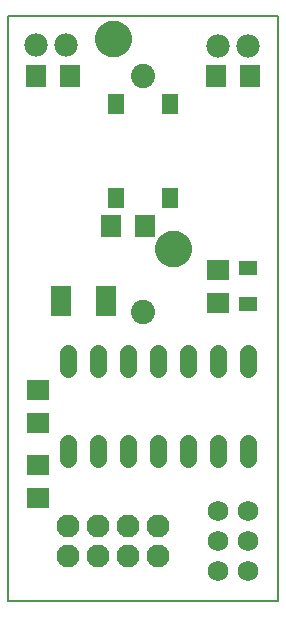
<source format=gts>
G75*
%MOIN*%
%OFA0B0*%
%FSLAX24Y24*%
%IPPOS*%
%LPD*%
%AMOC8*
5,1,8,0,0,1.08239X$1,22.5*
%
%ADD10C,0.0080*%
%ADD11C,0.0560*%
%ADD12C,0.0768*%
%ADD13C,0.0780*%
%ADD14R,0.0670X0.0749*%
%ADD15R,0.0749X0.0670*%
%ADD16R,0.0709X0.1024*%
%ADD17R,0.0552X0.0650*%
%ADD18C,0.0680*%
%ADD19C,0.0808*%
%ADD20R,0.0591X0.0512*%
%ADD21C,0.0500*%
%ADD22C,0.0631*%
D10*
X000150Y000150D02*
X009150Y000150D01*
X009150Y019650D01*
X000150Y019650D01*
X000150Y000150D01*
D11*
X002150Y004890D02*
X002150Y005410D01*
X003150Y005410D02*
X003150Y004890D01*
X004150Y004890D02*
X004150Y005410D01*
X005150Y005410D02*
X005150Y004890D01*
X006150Y004890D02*
X006150Y005410D01*
X007150Y005410D02*
X007150Y004890D01*
X008150Y004890D02*
X008150Y005410D01*
X008150Y007890D02*
X008150Y008410D01*
X007150Y008410D02*
X007150Y007890D01*
X006150Y007890D02*
X006150Y008410D01*
X005150Y008410D02*
X005150Y007890D01*
X004150Y007890D02*
X004150Y008410D01*
X003150Y008410D02*
X003150Y007890D01*
X002150Y007890D02*
X002150Y008410D01*
D12*
X002150Y002650D03*
X002150Y001650D03*
X003150Y001650D03*
X003150Y002650D03*
X004150Y002650D03*
X004150Y001650D03*
X005150Y001650D03*
X005150Y002650D03*
D13*
X007150Y018650D03*
X008150Y018650D03*
X002068Y018685D03*
X001068Y018685D03*
D14*
X001099Y017650D03*
X002201Y017650D03*
X003599Y012649D03*
X004701Y012649D03*
X007098Y017651D03*
X008200Y017651D03*
D15*
X007150Y011201D03*
X007150Y010099D03*
X001150Y007201D03*
X001150Y006099D03*
X001150Y004701D03*
X001150Y003599D03*
D16*
X001905Y010150D03*
X003401Y010150D03*
D17*
X003764Y013585D03*
X003764Y016715D03*
X005536Y016715D03*
X005536Y013585D03*
D18*
X007150Y003150D03*
X007150Y002150D03*
X007150Y001150D03*
X008150Y001150D03*
X008150Y002150D03*
X008150Y003150D03*
D19*
X004650Y009776D03*
X004650Y017650D03*
D20*
X008150Y011241D03*
X008150Y010059D03*
D21*
X005294Y011900D02*
X005296Y011937D01*
X005302Y011974D01*
X005311Y012010D01*
X005325Y012045D01*
X005342Y012078D01*
X005362Y012109D01*
X005385Y012138D01*
X005412Y012165D01*
X005441Y012188D01*
X005472Y012208D01*
X005505Y012225D01*
X005540Y012239D01*
X005576Y012248D01*
X005613Y012254D01*
X005650Y012256D01*
X005687Y012254D01*
X005724Y012248D01*
X005760Y012239D01*
X005795Y012225D01*
X005828Y012208D01*
X005859Y012188D01*
X005888Y012165D01*
X005915Y012138D01*
X005938Y012109D01*
X005958Y012078D01*
X005975Y012045D01*
X005989Y012010D01*
X005998Y011974D01*
X006004Y011937D01*
X006006Y011900D01*
X006004Y011863D01*
X005998Y011826D01*
X005989Y011790D01*
X005975Y011755D01*
X005958Y011722D01*
X005938Y011691D01*
X005915Y011662D01*
X005888Y011635D01*
X005859Y011612D01*
X005828Y011592D01*
X005795Y011575D01*
X005760Y011561D01*
X005724Y011552D01*
X005687Y011546D01*
X005650Y011544D01*
X005613Y011546D01*
X005576Y011552D01*
X005540Y011561D01*
X005505Y011575D01*
X005472Y011592D01*
X005441Y011612D01*
X005412Y011635D01*
X005385Y011662D01*
X005362Y011691D01*
X005342Y011722D01*
X005325Y011755D01*
X005311Y011790D01*
X005302Y011826D01*
X005296Y011863D01*
X005294Y011900D01*
X003294Y018900D02*
X003296Y018937D01*
X003302Y018974D01*
X003311Y019010D01*
X003325Y019045D01*
X003342Y019078D01*
X003362Y019109D01*
X003385Y019138D01*
X003412Y019165D01*
X003441Y019188D01*
X003472Y019208D01*
X003505Y019225D01*
X003540Y019239D01*
X003576Y019248D01*
X003613Y019254D01*
X003650Y019256D01*
X003687Y019254D01*
X003724Y019248D01*
X003760Y019239D01*
X003795Y019225D01*
X003828Y019208D01*
X003859Y019188D01*
X003888Y019165D01*
X003915Y019138D01*
X003938Y019109D01*
X003958Y019078D01*
X003975Y019045D01*
X003989Y019010D01*
X003998Y018974D01*
X004004Y018937D01*
X004006Y018900D01*
X004004Y018863D01*
X003998Y018826D01*
X003989Y018790D01*
X003975Y018755D01*
X003958Y018722D01*
X003938Y018691D01*
X003915Y018662D01*
X003888Y018635D01*
X003859Y018612D01*
X003828Y018592D01*
X003795Y018575D01*
X003760Y018561D01*
X003724Y018552D01*
X003687Y018546D01*
X003650Y018544D01*
X003613Y018546D01*
X003576Y018552D01*
X003540Y018561D01*
X003505Y018575D01*
X003472Y018592D01*
X003441Y018612D01*
X003412Y018635D01*
X003385Y018662D01*
X003362Y018691D01*
X003342Y018722D01*
X003325Y018755D01*
X003311Y018790D01*
X003302Y018826D01*
X003296Y018863D01*
X003294Y018900D01*
D22*
X003650Y018900D03*
X005650Y011900D03*
M02*

</source>
